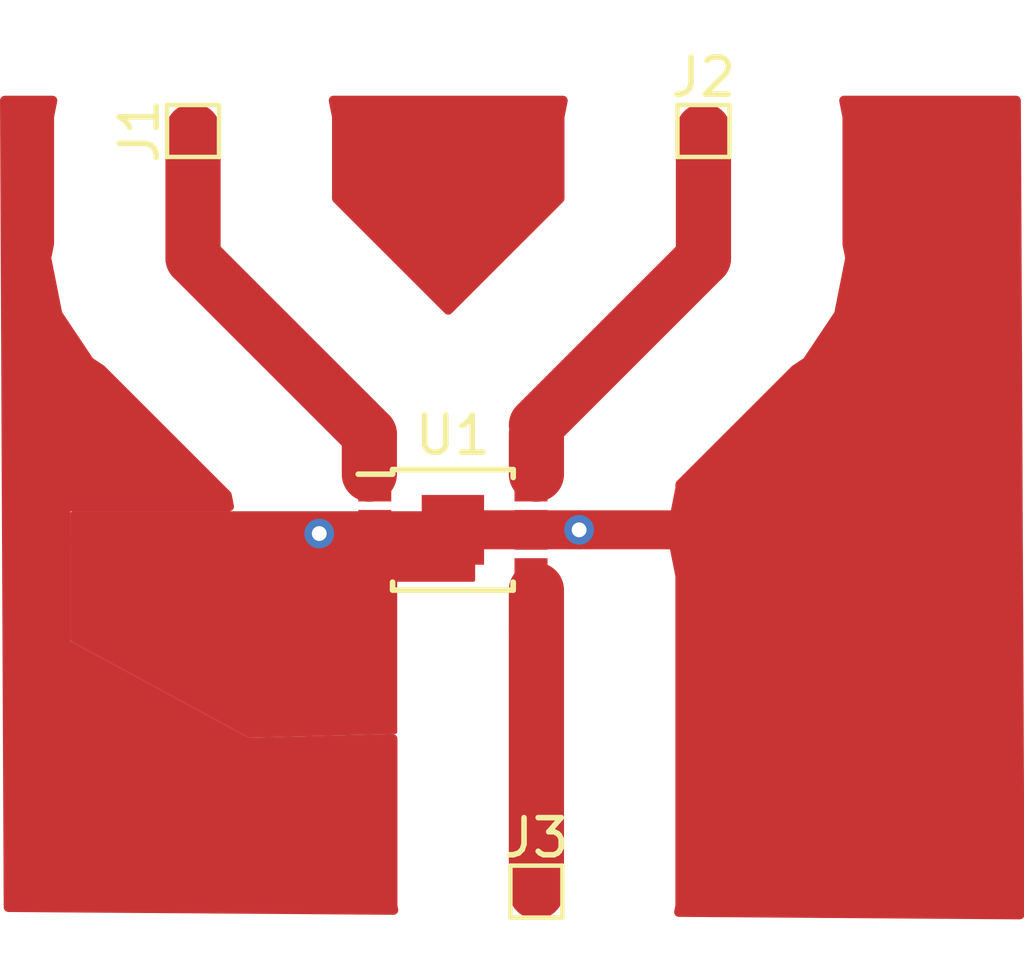
<source format=kicad_pcb>
(kicad_pcb (version 20171130) (host pcbnew 5.0.0)

  (general
    (thickness 1.6)
    (drawings 0)
    (tracks 21)
    (zones 0)
    (modules 4)
    (nets 5)
  )

  (page A4)
  (layers
    (0 F.Cu signal)
    (31 B.Cu signal)
    (32 B.Adhes user)
    (33 F.Adhes user)
    (34 B.Paste user)
    (35 F.Paste user)
    (36 B.SilkS user)
    (37 F.SilkS user)
    (38 B.Mask user)
    (39 F.Mask user)
    (40 Dwgs.User user)
    (41 Cmts.User user)
    (42 Eco1.User user)
    (43 Eco2.User user)
    (44 Edge.Cuts user)
    (45 Margin user)
    (46 B.CrtYd user)
    (47 F.CrtYd user)
    (48 B.Fab user)
    (49 F.Fab user)
  )

  (setup
    (last_trace_width 0.25)
    (trace_clearance 0.2)
    (zone_clearance 3)
    (zone_45_only no)
    (trace_min 0.2)
    (segment_width 0.2)
    (edge_width 0.15)
    (via_size 0.8)
    (via_drill 0.4)
    (via_min_size 0.4)
    (via_min_drill 0.3)
    (uvia_size 0.3)
    (uvia_drill 0.1)
    (uvias_allowed no)
    (uvia_min_size 0.2)
    (uvia_min_drill 0.1)
    (pcb_text_width 0.3)
    (pcb_text_size 1.5 1.5)
    (mod_edge_width 0.15)
    (mod_text_size 1 1)
    (mod_text_width 0.15)
    (pad_size 1.524 1.524)
    (pad_drill 0.762)
    (pad_to_mask_clearance 0.2)
    (aux_axis_origin 39.7 37.8)
    (visible_elements FFFFFF7F)
    (pcbplotparams
      (layerselection 0x00000_7fffffff)
      (usegerberextensions false)
      (usegerberattributes false)
      (usegerberadvancedattributes false)
      (creategerberjobfile false)
      (excludeedgelayer true)
      (linewidth 0.100000)
      (plotframeref false)
      (viasonmask false)
      (mode 1)
      (useauxorigin false)
      (hpglpennumber 1)
      (hpglpenspeed 20)
      (hpglpendiameter 15.000000)
      (psnegative false)
      (psa4output false)
      (plotreference true)
      (plotvalue true)
      (plotinvisibletext false)
      (padsonsilk false)
      (subtractmaskfromsilk false)
      (outputformat 1)
      (mirror false)
      (drillshape 0)
      (scaleselection 1)
      (outputdirectory "CAD/"))
  )

  (net 0 "")
  (net 1 GND)
  (net 2 "Net-(J1-Pad1)")
  (net 3 "Net-(J3-Pad1)")
  (net 4 "Net-(J2-Pad1)")

  (net_class Default "This is the default net class."
    (clearance 0.2)
    (trace_width 0.25)
    (via_dia 0.8)
    (via_drill 0.4)
    (uvia_dia 0.3)
    (uvia_drill 0.1)
    (add_net GND)
    (add_net "Net-(J1-Pad1)")
    (add_net "Net-(J2-Pad1)")
    (add_net "Net-(J3-Pad1)")
  )

  (module TestPoint:TestPoint_Pad_1.0x1.0mm (layer F.Cu) (tedit 5A0F774F) (tstamp 5EAC5B0F)
    (at 55.75 60.75)
    (descr "SMD rectangular pad as test Point, square 1.0mm side length")
    (tags "test point SMD pad rectangle square")
    (path /5EA72B6A)
    (attr virtual)
    (fp_text reference J3 (at 0 -1.448) (layer F.SilkS)
      (effects (font (size 1 1) (thickness 0.15)))
    )
    (fp_text value CONN_01 (at 0 1.55) (layer F.Fab)
      (effects (font (size 1 1) (thickness 0.15)))
    )
    (fp_text user %R (at 0 -1.45) (layer F.Fab)
      (effects (font (size 1 1) (thickness 0.15)))
    )
    (fp_line (start -0.7 -0.7) (end 0.7 -0.7) (layer F.SilkS) (width 0.12))
    (fp_line (start 0.7 -0.7) (end 0.7 0.7) (layer F.SilkS) (width 0.12))
    (fp_line (start 0.7 0.7) (end -0.7 0.7) (layer F.SilkS) (width 0.12))
    (fp_line (start -0.7 0.7) (end -0.7 -0.7) (layer F.SilkS) (width 0.12))
    (fp_line (start -1 -1) (end 1 -1) (layer F.CrtYd) (width 0.05))
    (fp_line (start -1 -1) (end -1 1) (layer F.CrtYd) (width 0.05))
    (fp_line (start 1 1) (end 1 -1) (layer F.CrtYd) (width 0.05))
    (fp_line (start 1 1) (end -1 1) (layer F.CrtYd) (width 0.05))
    (pad 1 smd rect (at 0 0) (size 1 1) (layers F.Cu F.Mask)
      (net 3 "Net-(J3-Pad1)"))
  )

  (module TestPoint:TestPoint_Pad_1.0x1.0mm (layer F.Cu) (tedit 5A0F774F) (tstamp 5EAC5B02)
    (at 60.25 40.25)
    (descr "SMD rectangular pad as test Point, square 1.0mm side length")
    (tags "test point SMD pad rectangle square")
    (path /5EA729ED)
    (attr virtual)
    (fp_text reference J2 (at 0 -1.448) (layer F.SilkS)
      (effects (font (size 1 1) (thickness 0.15)))
    )
    (fp_text value CONN_01 (at 0 1.55) (layer F.Fab)
      (effects (font (size 1 1) (thickness 0.15)))
    )
    (fp_line (start 1 1) (end -1 1) (layer F.CrtYd) (width 0.05))
    (fp_line (start 1 1) (end 1 -1) (layer F.CrtYd) (width 0.05))
    (fp_line (start -1 -1) (end -1 1) (layer F.CrtYd) (width 0.05))
    (fp_line (start -1 -1) (end 1 -1) (layer F.CrtYd) (width 0.05))
    (fp_line (start -0.7 0.7) (end -0.7 -0.7) (layer F.SilkS) (width 0.12))
    (fp_line (start 0.7 0.7) (end -0.7 0.7) (layer F.SilkS) (width 0.12))
    (fp_line (start 0.7 -0.7) (end 0.7 0.7) (layer F.SilkS) (width 0.12))
    (fp_line (start -0.7 -0.7) (end 0.7 -0.7) (layer F.SilkS) (width 0.12))
    (fp_text user %R (at 0 -1.45) (layer F.Fab)
      (effects (font (size 1 1) (thickness 0.15)))
    )
    (pad 1 smd rect (at 0 0) (size 1 1) (layers F.Cu F.Mask)
      (net 4 "Net-(J2-Pad1)"))
  )

  (module TestPoint:TestPoint_Pad_1.0x1.0mm (layer F.Cu) (tedit 5A0F774F) (tstamp 5EAC5AF5)
    (at 46.5 40.25 90)
    (descr "SMD rectangular pad as test Point, square 1.0mm side length")
    (tags "test point SMD pad rectangle square")
    (path /5EA728FD)
    (attr virtual)
    (fp_text reference J1 (at 0 -1.448 90) (layer F.SilkS)
      (effects (font (size 1 1) (thickness 0.15)))
    )
    (fp_text value CONN_01 (at 0 1.55 90) (layer F.Fab)
      (effects (font (size 1 1) (thickness 0.15)))
    )
    (fp_text user %R (at 0 -1.45 90) (layer F.Fab)
      (effects (font (size 1 1) (thickness 0.15)))
    )
    (fp_line (start -0.7 -0.7) (end 0.7 -0.7) (layer F.SilkS) (width 0.12))
    (fp_line (start 0.7 -0.7) (end 0.7 0.7) (layer F.SilkS) (width 0.12))
    (fp_line (start 0.7 0.7) (end -0.7 0.7) (layer F.SilkS) (width 0.12))
    (fp_line (start -0.7 0.7) (end -0.7 -0.7) (layer F.SilkS) (width 0.12))
    (fp_line (start -1 -1) (end 1 -1) (layer F.CrtYd) (width 0.05))
    (fp_line (start -1 -1) (end -1 1) (layer F.CrtYd) (width 0.05))
    (fp_line (start 1 1) (end 1 -1) (layer F.CrtYd) (width 0.05))
    (fp_line (start 1 1) (end -1 1) (layer F.CrtYd) (width 0.05))
    (pad 1 smd rect (at 0 0 90) (size 1 1) (layers F.Cu F.Mask)
      (net 2 "Net-(J1-Pad1)"))
  )

  (module Package_SO:MSOP-8-1EP_3x3mm_P0.65mm_EP1.68x1.88mm (layer F.Cu) (tedit 5A6725D7) (tstamp 5EA75D4F)
    (at 53.5 51)
    (descr "MS8E Package; 8-Lead Plastic MSOP, Exposed Die Pad (see Linear Technology 05081662_K_MS8E.pdf)")
    (tags "SSOP 0.65")
    (path /5EA61CDA)
    (attr smd)
    (fp_text reference U1 (at 0 -2.55) (layer F.SilkS)
      (effects (font (size 1 1) (thickness 0.15)))
    )
    (fp_text value HMC220B (at 0 2.55) (layer F.Fab)
      (effects (font (size 1 1) (thickness 0.15)))
    )
    (fp_line (start -0.5 -1.5) (end 1.5 -1.5) (layer F.Fab) (width 0.15))
    (fp_line (start 1.5 -1.5) (end 1.5 1.5) (layer F.Fab) (width 0.15))
    (fp_line (start 1.5 1.5) (end -1.5 1.5) (layer F.Fab) (width 0.15))
    (fp_line (start -1.5 1.5) (end -1.5 -0.5) (layer F.Fab) (width 0.15))
    (fp_line (start -1.5 -0.5) (end -0.5 -1.5) (layer F.Fab) (width 0.15))
    (fp_line (start -2.8 -1.8) (end -2.8 1.8) (layer F.CrtYd) (width 0.05))
    (fp_line (start 2.8 -1.8) (end 2.8 1.8) (layer F.CrtYd) (width 0.05))
    (fp_line (start -2.8 -1.8) (end 2.8 -1.8) (layer F.CrtYd) (width 0.05))
    (fp_line (start -2.8 1.8) (end 2.8 1.8) (layer F.CrtYd) (width 0.05))
    (fp_line (start -1.625 -1.625) (end -1.625 -1.5) (layer F.SilkS) (width 0.15))
    (fp_line (start 1.625 -1.625) (end 1.625 -1.41) (layer F.SilkS) (width 0.15))
    (fp_line (start 1.625 1.625) (end 1.625 1.41) (layer F.SilkS) (width 0.15))
    (fp_line (start -1.625 1.625) (end -1.625 1.41) (layer F.SilkS) (width 0.15))
    (fp_line (start -1.625 -1.625) (end 1.625 -1.625) (layer F.SilkS) (width 0.15))
    (fp_line (start -1.625 1.625) (end 1.625 1.625) (layer F.SilkS) (width 0.15))
    (fp_line (start -1.625 -1.5) (end -2.55 -1.5) (layer F.SilkS) (width 0.15))
    (fp_text user %R (at 0 0) (layer F.Fab)
      (effects (font (size 0.6 0.6) (thickness 0.09)))
    )
    (pad 1 smd rect (at -2.105 -0.975) (size 0.89 0.42) (layers F.Cu F.Paste F.Mask)
      (net 2 "Net-(J1-Pad1)"))
    (pad 2 smd rect (at -2.105 -0.325) (size 0.89 0.42) (layers F.Cu F.Paste F.Mask)
      (net 1 GND))
    (pad 3 smd rect (at -2.105 0.325) (size 0.89 0.42) (layers F.Cu F.Paste F.Mask)
      (net 1 GND))
    (pad 4 smd rect (at -2.105 0.975) (size 0.89 0.42) (layers F.Cu F.Paste F.Mask)
      (net 1 GND))
    (pad 5 smd rect (at 2.105 0.975) (size 0.89 0.42) (layers F.Cu F.Paste F.Mask)
      (net 3 "Net-(J3-Pad1)"))
    (pad 6 smd rect (at 2.105 0.325) (size 0.89 0.42) (layers F.Cu F.Paste F.Mask)
      (net 1 GND))
    (pad 7 smd rect (at 2.105 -0.325) (size 0.89 0.42) (layers F.Cu F.Paste F.Mask)
      (net 1 GND))
    (pad 8 smd rect (at 2.105 -0.975) (size 0.89 0.42) (layers F.Cu F.Paste F.Mask)
      (net 4 "Net-(J2-Pad1)"))
    (pad "" smd rect (at 0.42 0.47) (size 0.66 0.76) (layers F.Paste))
    (pad 9 smd rect (at 0 0) (size 1.68 1.88) (layers F.Cu F.Mask)
      (net 1 GND))
    (pad "" smd rect (at -0.42 0.47) (size 0.66 0.76) (layers F.Paste))
    (pad "" smd rect (at -0.42 -0.47) (size 0.66 0.76) (layers F.Paste))
    (pad "" smd rect (at 0.42 -0.47) (size 0.66 0.76) (layers F.Paste))
    (model ${KISYS3DMOD}/Package_SO.3dshapes/MSOP-8-1EP_3x3mm_P0.65mm_EP1.68x1.88mm.wrl
      (at (xyz 0 0 0))
      (scale (xyz 1 1 1))
      (rotate (xyz 0 0 0))
    )
  )

  (segment (start 53.4 43.1) (end 53.4 42.4) (width 0.25) (layer F.Cu) (net 1))
  (segment (start 50.7 50.675) (end 50.275 51.1) (width 0.25) (layer F.Cu) (net 1))
  (segment (start 51.395 50.675) (end 50.7 50.675) (width 0.25) (layer F.Cu) (net 1))
  (segment (start 50.075 51.3) (end 41.8 51.3) (width 0.25) (layer F.Cu) (net 1))
  (segment (start 53.5 51) (end 55.6 51) (width 1.05) (layer F.Cu) (net 1))
  (segment (start 55.6 51) (end 56.9 51) (width 1.05) (layer F.Cu) (net 1))
  (segment (start 56.9 51) (end 61.7 51) (width 1.05) (layer F.Cu) (net 1) (tstamp 5EACF7AB))
  (via (at 56.9 51) (size 0.8) (drill 0.4) (layers F.Cu B.Cu) (net 1))
  (segment (start 50.275 51.1) (end 50.075 51.3) (width 0.25) (layer F.Cu) (net 1) (tstamp 5EACF7AD))
  (via (at 49.9 51.1) (size 0.8) (drill 0.4) (layers F.Cu B.Cu) (net 1))
  (segment (start 51.395 51.975) (end 51.395 51.325) (width 0.25) (layer F.Cu) (net 1))
  (segment (start 53.4 43.1) (end 53.5 43.2) (width 0.25) (layer F.Cu) (net 1))
  (segment (start 55.75 53.7) (end 55.75 52.625) (width 1.487) (layer F.Cu) (net 3) (tstamp 5EACF416))
  (segment (start 60.25 43.675) (end 60.25 40.25) (width 1.487) (layer F.Cu) (net 4) (tstamp 5EACF407))
  (segment (start 55.75 49.5) (end 55.75 48.425) (width 1.487) (layer F.Cu) (net 4) (tstamp 5EACF369))
  (segment (start 51.25 49.5) (end 51.25 48.425) (width 1.487) (layer F.Cu) (net 2))
  (segment (start 46.5 43.675) (end 46.5 40.25) (width 1.487) (layer F.Cu) (net 2))
  (segment (start 51.25 48.425) (end 46.5 43.675) (width 1.487) (layer F.Cu) (net 2))
  (segment (start 55.75 53.7) (end 55.75 60.75) (width 1.487) (layer F.Cu) (net 3))
  (segment (start 55.75 48.175) (end 60.25 43.675) (width 1.487) (layer F.Cu) (net 4))
  (segment (start 55.75 48.425) (end 55.75 48.175) (width 0.25) (layer F.Cu) (net 4))

  (zone (net 1) (net_name GND) (layer F.Cu) (tstamp 5EACFC27) (hatch edge 0.508)
    (connect_pads (clearance 3))
    (min_thickness 0.254)
    (fill yes (arc_segments 16) (thermal_gap 0.508) (thermal_bridge_width 0.508))
    (polygon
      (pts
        (xy 68.9 61.5) (xy 41.4 61.3) (xy 41.3 39.3) (xy 68.8 39.3)
      )
    )
    (filled_polygon
      (pts
        (xy 68.772422 61.372068) (xy 59.58588 61.305257) (xy 59.6205 61.131208) (xy 59.6205 52.243793) (xy 59.395931 51.114806)
        (xy 59.360981 51.0625) (xy 59.395931 51.010194) (xy 59.6205 49.881208) (xy 59.6205 49.778213) (xy 62.717302 46.681412)
        (xy 63.040475 46.465475) (xy 63.895931 45.185194) (xy 64.1205 44.056208) (xy 64.1205 44.056207) (xy 64.196327 43.675001)
        (xy 64.1205 43.293794) (xy 64.1205 39.868793) (xy 64.032622 39.427) (xy 68.67357 39.427)
      )
    )
    (filled_polygon
      (pts
        (xy 42.629501 39.868792) (xy 42.6295 43.293792) (xy 42.553673 43.675) (xy 42.6295 44.056207) (xy 42.854069 45.185193)
        (xy 43.709525 46.465475) (xy 44.032701 46.681414) (xy 47.416002 50.064716) (xy 47.477324 50.373) (xy 43.2 50.373)
        (xy 43.151399 50.382667) (xy 43.110197 50.410197) (xy 43.082667 50.451399) (xy 43.073 50.5) (xy 43.073 54)
        (xy 43.078266 54.036191) (xy 43.101382 54.080022) (xy 43.139512 54.11167) (xy 47.939512 56.71167) (xy 48.003174 56.72696)
        (xy 51.8795 56.630052) (xy 51.879501 61.131208) (xy 51.903007 61.249382) (xy 41.526429 61.173916) (xy 41.427579 39.427)
        (xy 42.717379 39.427)
      )
    )
    (filled_polygon
      (pts
        (xy 56.379501 39.868792) (xy 56.3795 42.071786) (xy 53.375 45.076287) (xy 50.3705 42.071787) (xy 50.3705 39.868793)
        (xy 50.282622 39.427) (xy 56.467379 39.427)
      )
    )
  )
  (zone (net 1) (net_name GND) (layer F.Cu) (tstamp 5EACFC24) (hatch edge 0.508)
    (priority 1)
    (connect_pads yes (clearance 0.1))
    (min_thickness 0.1)
    (fill yes (arc_segments 16) (thermal_gap 0.508) (thermal_bridge_width 0.508))
    (polygon
      (pts
        (xy 54.1 50.2) (xy 52.7 50.2) (xy 52.7 50.5) (xy 51 50.5) (xy 43.2 50.5)
        (xy 43.2 54) (xy 48 56.6) (xy 52 56.5) (xy 52 52.4) (xy 54.1 52.4)
        (xy 54.1 51.8)
      )
    )
    (filled_polygon
      (pts
        (xy 54.05 52.35) (xy 52 52.35) (xy 51.980866 52.353806) (xy 51.964645 52.364645) (xy 51.953806 52.380866)
        (xy 51.95 52.4) (xy 51.95 56.451235) (xy 48.012086 56.549683) (xy 43.25 53.970219) (xy 43.25 50.55)
        (xy 52.7 50.55) (xy 52.719134 50.546194) (xy 52.735355 50.535355) (xy 52.746194 50.519134) (xy 52.75 50.5)
        (xy 52.75 50.25) (xy 54.05 50.25)
      )
    )
  )
)

</source>
